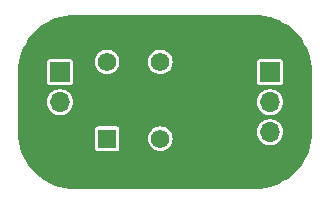
<source format=gbr>
%TF.GenerationSoftware,KiCad,Pcbnew,7.0.5*%
%TF.CreationDate,2024-01-10T20:03:32+02:00*%
%TF.ProjectId,Clock Push Button,436c6f63-6b20-4507-9573-682042757474,rev?*%
%TF.SameCoordinates,Original*%
%TF.FileFunction,Copper,L2,Bot*%
%TF.FilePolarity,Positive*%
%FSLAX46Y46*%
G04 Gerber Fmt 4.6, Leading zero omitted, Abs format (unit mm)*
G04 Created by KiCad (PCBNEW 7.0.5) date 2024-01-10 20:03:32*
%MOMM*%
%LPD*%
G01*
G04 APERTURE LIST*
%TA.AperFunction,ComponentPad*%
%ADD10R,1.575000X1.575000*%
%TD*%
%TA.AperFunction,ComponentPad*%
%ADD11C,1.575000*%
%TD*%
%TA.AperFunction,ComponentPad*%
%ADD12R,1.700000X1.700000*%
%TD*%
%TA.AperFunction,ComponentPad*%
%ADD13O,1.700000X1.700000*%
%TD*%
G04 APERTURE END LIST*
D10*
%TO.P,S2,1,C1*%
%TO.N,/3.3V*%
X118298400Y-58977600D03*
D11*
%TO.P,S2,2,C2*%
%TO.N,unconnected-(S2-C2-Pad2)*%
X118298400Y-52477600D03*
%TO.P,S2,3,N1*%
%TO.N,Net-(IC2-IN)*%
X122798400Y-58977600D03*
%TO.P,S2,4,N2*%
%TO.N,unconnected-(S2-N2-Pad4)*%
X122798400Y-52477600D03*
%TD*%
D12*
%TO.P,J1,1,Pin_1*%
%TO.N,/~{Reset}*%
X114300000Y-53340000D03*
D13*
%TO.P,J1,2,Pin_2*%
%TO.N,unconnected-(J1-Pin_2-Pad2)*%
X114300000Y-55880000D03*
%TO.P,J1,3,Pin_3*%
%TO.N,/GND*%
X114300000Y-58420000D03*
%TD*%
D12*
%TO.P,J2,1,Pin_1*%
%TO.N,/3.3V*%
X132080000Y-53340000D03*
D13*
%TO.P,J2,2,Pin_2*%
%TO.N,unconnected-(J2-Pin_2-Pad2)*%
X132080000Y-55880000D03*
%TO.P,J2,3,Pin_3*%
%TO.N,/CLK*%
X132080000Y-58420000D03*
%TD*%
%TA.AperFunction,Conductor*%
%TO.N,/GND*%
G36*
X130811353Y-48510558D02*
G01*
X131228237Y-48528759D01*
X131233590Y-48529228D01*
X131645957Y-48583517D01*
X131651273Y-48584455D01*
X132057328Y-48674476D01*
X132062540Y-48675872D01*
X132459209Y-48800941D01*
X132464289Y-48802790D01*
X132485203Y-48811453D01*
X132848553Y-48961957D01*
X132853423Y-48964228D01*
X133222372Y-49156291D01*
X133227021Y-49158976D01*
X133577810Y-49382454D01*
X133582232Y-49385550D01*
X133912198Y-49638741D01*
X133916343Y-49642220D01*
X134222976Y-49923197D01*
X134226802Y-49927023D01*
X134507779Y-50233656D01*
X134511258Y-50237801D01*
X134764449Y-50567767D01*
X134767548Y-50572193D01*
X134991018Y-50922971D01*
X134993712Y-50927635D01*
X135185762Y-51296558D01*
X135188049Y-51301462D01*
X135347209Y-51685710D01*
X135349060Y-51690795D01*
X135474123Y-52087444D01*
X135475523Y-52092671D01*
X135565544Y-52498726D01*
X135566484Y-52504055D01*
X135620769Y-52916391D01*
X135621240Y-52921781D01*
X135633374Y-53199691D01*
X135639441Y-53338646D01*
X135639500Y-53341350D01*
X135639500Y-58418646D01*
X135639441Y-58421350D01*
X135621240Y-58838215D01*
X135620768Y-58843606D01*
X135566483Y-59255945D01*
X135565543Y-59261274D01*
X135475525Y-59667322D01*
X135474125Y-59672549D01*
X135349059Y-60069205D01*
X135347208Y-60074290D01*
X135188048Y-60458536D01*
X135185761Y-60463440D01*
X134993719Y-60832351D01*
X134991013Y-60837037D01*
X134767553Y-61187798D01*
X134764449Y-61192231D01*
X134511258Y-61522197D01*
X134507779Y-61526342D01*
X134226801Y-61832975D01*
X134222975Y-61836801D01*
X133916342Y-62117779D01*
X133912197Y-62121258D01*
X133582231Y-62374449D01*
X133577798Y-62377553D01*
X133227037Y-62601013D01*
X133222351Y-62603719D01*
X132853440Y-62795761D01*
X132848536Y-62798048D01*
X132464290Y-62957208D01*
X132459205Y-62959059D01*
X132062549Y-63084125D01*
X132057322Y-63085525D01*
X131651274Y-63175543D01*
X131645945Y-63176483D01*
X131233606Y-63230768D01*
X131228215Y-63231240D01*
X130811351Y-63249441D01*
X130808647Y-63249500D01*
X115571350Y-63249500D01*
X115568646Y-63249441D01*
X115164690Y-63231805D01*
X115151780Y-63231241D01*
X115146390Y-63230770D01*
X114734055Y-63176485D01*
X114728726Y-63175545D01*
X114322671Y-63085524D01*
X114317444Y-63084124D01*
X113920795Y-62959061D01*
X113915717Y-62957213D01*
X113531462Y-62798050D01*
X113526565Y-62795767D01*
X113157634Y-62603713D01*
X113152970Y-62601019D01*
X112802192Y-62377549D01*
X112797766Y-62374450D01*
X112763352Y-62348043D01*
X112467798Y-62121256D01*
X112463663Y-62117786D01*
X112157023Y-61836802D01*
X112153197Y-61832976D01*
X111872213Y-61526336D01*
X111868745Y-61522204D01*
X111615547Y-61192230D01*
X111612453Y-61187811D01*
X111388975Y-60837022D01*
X111386290Y-60832373D01*
X111194227Y-60463424D01*
X111191949Y-60458537D01*
X111191949Y-60458536D01*
X111032781Y-60074270D01*
X111030940Y-60069209D01*
X110942836Y-59789778D01*
X117260400Y-59789778D01*
X117274932Y-59862835D01*
X117274933Y-59862839D01*
X117274934Y-59862840D01*
X117330299Y-59945701D01*
X117412434Y-60000581D01*
X117413160Y-60001066D01*
X117413164Y-60001067D01*
X117486221Y-60015599D01*
X117486224Y-60015600D01*
X117486226Y-60015600D01*
X119110576Y-60015600D01*
X119110577Y-60015599D01*
X119183640Y-60001066D01*
X119266501Y-59945701D01*
X119321866Y-59862840D01*
X119336400Y-59789774D01*
X119336400Y-58977599D01*
X121755378Y-58977599D01*
X121775418Y-59181081D01*
X121834774Y-59376751D01*
X121931155Y-59557066D01*
X121931160Y-59557073D01*
X122060871Y-59715128D01*
X122151831Y-59789776D01*
X122218928Y-59844841D01*
X122218931Y-59844842D01*
X122218933Y-59844844D01*
X122399248Y-59941225D01*
X122399250Y-59941225D01*
X122399253Y-59941227D01*
X122594917Y-60000581D01*
X122798400Y-60020622D01*
X123001883Y-60000581D01*
X123197547Y-59941227D01*
X123377872Y-59844841D01*
X123535928Y-59715128D01*
X123665641Y-59557072D01*
X123744601Y-59409348D01*
X123762025Y-59376751D01*
X123762025Y-59376750D01*
X123762027Y-59376747D01*
X123821381Y-59181083D01*
X123841422Y-58977600D01*
X123821381Y-58774117D01*
X123762027Y-58578453D01*
X123762025Y-58578450D01*
X123762025Y-58578448D01*
X123677332Y-58420000D01*
X130974785Y-58420000D01*
X130993602Y-58623082D01*
X131049417Y-58819247D01*
X131049422Y-58819260D01*
X131140327Y-59001821D01*
X131263237Y-59164581D01*
X131413958Y-59301980D01*
X131413960Y-59301982D01*
X131513141Y-59363392D01*
X131587363Y-59409348D01*
X131777544Y-59483024D01*
X131978024Y-59520500D01*
X131978026Y-59520500D01*
X132181974Y-59520500D01*
X132181976Y-59520500D01*
X132382456Y-59483024D01*
X132572637Y-59409348D01*
X132746041Y-59301981D01*
X132896764Y-59164579D01*
X133019673Y-59001821D01*
X133110582Y-58819250D01*
X133166397Y-58623083D01*
X133185215Y-58420000D01*
X133185089Y-58418645D01*
X133166397Y-58216917D01*
X133151746Y-58165426D01*
X133110582Y-58020750D01*
X133107207Y-58013973D01*
X133066272Y-57931764D01*
X133019673Y-57838179D01*
X132896764Y-57675421D01*
X132896762Y-57675418D01*
X132746041Y-57538019D01*
X132746039Y-57538017D01*
X132572642Y-57430655D01*
X132572635Y-57430651D01*
X132477546Y-57393814D01*
X132382456Y-57356976D01*
X132181976Y-57319500D01*
X131978024Y-57319500D01*
X131777544Y-57356976D01*
X131777541Y-57356976D01*
X131777541Y-57356977D01*
X131587364Y-57430651D01*
X131587357Y-57430655D01*
X131413960Y-57538017D01*
X131413958Y-57538019D01*
X131263237Y-57675418D01*
X131140327Y-57838178D01*
X131049422Y-58020739D01*
X131049417Y-58020752D01*
X130993602Y-58216917D01*
X130974785Y-58419999D01*
X130974785Y-58420000D01*
X123677332Y-58420000D01*
X123665644Y-58398133D01*
X123665642Y-58398131D01*
X123665641Y-58398128D01*
X123626192Y-58350059D01*
X123535928Y-58240071D01*
X123377873Y-58110360D01*
X123377866Y-58110355D01*
X123197551Y-58013974D01*
X123001881Y-57954618D01*
X122798400Y-57934578D01*
X122594918Y-57954618D01*
X122399248Y-58013974D01*
X122218933Y-58110355D01*
X122218926Y-58110360D01*
X122060871Y-58240071D01*
X121931160Y-58398126D01*
X121931155Y-58398133D01*
X121834774Y-58578448D01*
X121775418Y-58774118D01*
X121755378Y-58977599D01*
X119336400Y-58977599D01*
X119336400Y-58165426D01*
X119336399Y-58165426D01*
X119336400Y-58165423D01*
X119336399Y-58165421D01*
X119321867Y-58092364D01*
X119321866Y-58092360D01*
X119321865Y-58092359D01*
X119266501Y-58009499D01*
X119184366Y-57954619D01*
X119183639Y-57954133D01*
X119183635Y-57954132D01*
X119110577Y-57939600D01*
X119110574Y-57939600D01*
X117486226Y-57939600D01*
X117486223Y-57939600D01*
X117413164Y-57954132D01*
X117413160Y-57954133D01*
X117330299Y-58009499D01*
X117274933Y-58092360D01*
X117274932Y-58092364D01*
X117260400Y-58165421D01*
X117260400Y-59789778D01*
X110942836Y-59789778D01*
X110905871Y-59672540D01*
X110904475Y-59667328D01*
X110814454Y-59261273D01*
X110813516Y-59255957D01*
X110759227Y-58843591D01*
X110758758Y-58838238D01*
X110740555Y-58421308D01*
X110740498Y-58418690D01*
X110740498Y-58375832D01*
X110740498Y-55880000D01*
X113194785Y-55880000D01*
X113213602Y-56083082D01*
X113269417Y-56279247D01*
X113269422Y-56279260D01*
X113360327Y-56461821D01*
X113483237Y-56624581D01*
X113633958Y-56761980D01*
X113633960Y-56761982D01*
X113733141Y-56823392D01*
X113807363Y-56869348D01*
X113997544Y-56943024D01*
X114198024Y-56980500D01*
X114198026Y-56980500D01*
X114401974Y-56980500D01*
X114401976Y-56980500D01*
X114602456Y-56943024D01*
X114792637Y-56869348D01*
X114966041Y-56761981D01*
X115116764Y-56624579D01*
X115239673Y-56461821D01*
X115330582Y-56279250D01*
X115386397Y-56083083D01*
X115405215Y-55880000D01*
X130974785Y-55880000D01*
X130993602Y-56083082D01*
X131049417Y-56279247D01*
X131049422Y-56279260D01*
X131140327Y-56461821D01*
X131263237Y-56624581D01*
X131413958Y-56761980D01*
X131413960Y-56761982D01*
X131513141Y-56823392D01*
X131587363Y-56869348D01*
X131777544Y-56943024D01*
X131978024Y-56980500D01*
X131978026Y-56980500D01*
X132181974Y-56980500D01*
X132181976Y-56980500D01*
X132382456Y-56943024D01*
X132572637Y-56869348D01*
X132746041Y-56761981D01*
X132896764Y-56624579D01*
X133019673Y-56461821D01*
X133110582Y-56279250D01*
X133166397Y-56083083D01*
X133185215Y-55880000D01*
X133166397Y-55676917D01*
X133110582Y-55480750D01*
X133019673Y-55298179D01*
X132896764Y-55135421D01*
X132896762Y-55135418D01*
X132746041Y-54998019D01*
X132746039Y-54998017D01*
X132572642Y-54890655D01*
X132572635Y-54890651D01*
X132477546Y-54853814D01*
X132382456Y-54816976D01*
X132181976Y-54779500D01*
X131978024Y-54779500D01*
X131777544Y-54816976D01*
X131777541Y-54816976D01*
X131777541Y-54816977D01*
X131587364Y-54890651D01*
X131587357Y-54890655D01*
X131413960Y-54998017D01*
X131413958Y-54998019D01*
X131263237Y-55135418D01*
X131140327Y-55298178D01*
X131049422Y-55480739D01*
X131049417Y-55480752D01*
X130993602Y-55676917D01*
X130974785Y-55879999D01*
X130974785Y-55880000D01*
X115405215Y-55880000D01*
X115386397Y-55676917D01*
X115330582Y-55480750D01*
X115239673Y-55298179D01*
X115116764Y-55135421D01*
X115116762Y-55135418D01*
X114966041Y-54998019D01*
X114966039Y-54998017D01*
X114792642Y-54890655D01*
X114792635Y-54890651D01*
X114697546Y-54853814D01*
X114602456Y-54816976D01*
X114401976Y-54779500D01*
X114198024Y-54779500D01*
X113997544Y-54816976D01*
X113997541Y-54816976D01*
X113997541Y-54816977D01*
X113807364Y-54890651D01*
X113807357Y-54890655D01*
X113633960Y-54998017D01*
X113633958Y-54998019D01*
X113483237Y-55135418D01*
X113360327Y-55298178D01*
X113269422Y-55480739D01*
X113269417Y-55480752D01*
X113213602Y-55676917D01*
X113194785Y-55879999D01*
X113194785Y-55880000D01*
X110740498Y-55880000D01*
X110740499Y-54214678D01*
X113199500Y-54214678D01*
X113214032Y-54287735D01*
X113214033Y-54287739D01*
X113214034Y-54287740D01*
X113269399Y-54370601D01*
X113352260Y-54425966D01*
X113352264Y-54425967D01*
X113425321Y-54440499D01*
X113425324Y-54440500D01*
X113425326Y-54440500D01*
X115174676Y-54440500D01*
X115174677Y-54440499D01*
X115247740Y-54425966D01*
X115330601Y-54370601D01*
X115385966Y-54287740D01*
X115400499Y-54214678D01*
X130979500Y-54214678D01*
X130994032Y-54287735D01*
X130994033Y-54287739D01*
X130994034Y-54287740D01*
X131049399Y-54370601D01*
X131132260Y-54425965D01*
X131132260Y-54425966D01*
X131132264Y-54425967D01*
X131205321Y-54440499D01*
X131205324Y-54440500D01*
X131205326Y-54440500D01*
X132954676Y-54440500D01*
X132954677Y-54440499D01*
X133027740Y-54425966D01*
X133110601Y-54370601D01*
X133165966Y-54287740D01*
X133180500Y-54214674D01*
X133180500Y-52465326D01*
X133180500Y-52465325D01*
X133180500Y-52465323D01*
X133180499Y-52465321D01*
X133165967Y-52392264D01*
X133165966Y-52392260D01*
X133110601Y-52309399D01*
X133027740Y-52254034D01*
X133027739Y-52254033D01*
X133027735Y-52254032D01*
X132954677Y-52239500D01*
X132954674Y-52239500D01*
X131205326Y-52239500D01*
X131205323Y-52239500D01*
X131132264Y-52254032D01*
X131132260Y-52254033D01*
X131049399Y-52309399D01*
X130994033Y-52392260D01*
X130994032Y-52392264D01*
X130979500Y-52465321D01*
X130979500Y-54214678D01*
X115400499Y-54214678D01*
X115400500Y-54214674D01*
X115400500Y-52477599D01*
X117255378Y-52477599D01*
X117275418Y-52681081D01*
X117334774Y-52876751D01*
X117431155Y-53057066D01*
X117431160Y-53057073D01*
X117560871Y-53215128D01*
X117670859Y-53305392D01*
X117718928Y-53344841D01*
X117718931Y-53344842D01*
X117718933Y-53344844D01*
X117899248Y-53441225D01*
X117899250Y-53441225D01*
X117899253Y-53441227D01*
X118094917Y-53500581D01*
X118298400Y-53520622D01*
X118501883Y-53500581D01*
X118697547Y-53441227D01*
X118877872Y-53344841D01*
X119035928Y-53215128D01*
X119165641Y-53057072D01*
X119239399Y-52919081D01*
X119262025Y-52876751D01*
X119262025Y-52876750D01*
X119262027Y-52876747D01*
X119321381Y-52681083D01*
X119341422Y-52477600D01*
X119341422Y-52477599D01*
X121755378Y-52477599D01*
X121775418Y-52681081D01*
X121834774Y-52876751D01*
X121931155Y-53057066D01*
X121931160Y-53057073D01*
X122060871Y-53215128D01*
X122170859Y-53305392D01*
X122218928Y-53344841D01*
X122218931Y-53344842D01*
X122218933Y-53344844D01*
X122399248Y-53441225D01*
X122399250Y-53441225D01*
X122399253Y-53441227D01*
X122594917Y-53500581D01*
X122798400Y-53520622D01*
X123001883Y-53500581D01*
X123197547Y-53441227D01*
X123377872Y-53344841D01*
X123535928Y-53215128D01*
X123665641Y-53057072D01*
X123739399Y-52919081D01*
X123762025Y-52876751D01*
X123762025Y-52876750D01*
X123762027Y-52876747D01*
X123821381Y-52681083D01*
X123841422Y-52477600D01*
X123821381Y-52274117D01*
X123762027Y-52078453D01*
X123762025Y-52078450D01*
X123762025Y-52078448D01*
X123665644Y-51898133D01*
X123665642Y-51898131D01*
X123665641Y-51898128D01*
X123599646Y-51817713D01*
X123535928Y-51740071D01*
X123377873Y-51610360D01*
X123377866Y-51610355D01*
X123197551Y-51513974D01*
X123001881Y-51454618D01*
X122798400Y-51434578D01*
X122594918Y-51454618D01*
X122399248Y-51513974D01*
X122218933Y-51610355D01*
X122218926Y-51610360D01*
X122060871Y-51740071D01*
X121931160Y-51898126D01*
X121931155Y-51898133D01*
X121834774Y-52078448D01*
X121775418Y-52274118D01*
X121755378Y-52477599D01*
X119341422Y-52477599D01*
X119321381Y-52274117D01*
X119262027Y-52078453D01*
X119262025Y-52078450D01*
X119262025Y-52078448D01*
X119165644Y-51898133D01*
X119165642Y-51898131D01*
X119165641Y-51898128D01*
X119099646Y-51817713D01*
X119035928Y-51740071D01*
X118877873Y-51610360D01*
X118877866Y-51610355D01*
X118697551Y-51513974D01*
X118501881Y-51454618D01*
X118298400Y-51434578D01*
X118094918Y-51454618D01*
X117899248Y-51513974D01*
X117718933Y-51610355D01*
X117718926Y-51610360D01*
X117560871Y-51740071D01*
X117431160Y-51898126D01*
X117431155Y-51898133D01*
X117334774Y-52078448D01*
X117275418Y-52274118D01*
X117255378Y-52477599D01*
X115400500Y-52477599D01*
X115400500Y-52465326D01*
X115400499Y-52465325D01*
X115400500Y-52465323D01*
X115400499Y-52465321D01*
X115385967Y-52392264D01*
X115385966Y-52392260D01*
X115385965Y-52392259D01*
X115330601Y-52309399D01*
X115247740Y-52254034D01*
X115247739Y-52254033D01*
X115247735Y-52254032D01*
X115174677Y-52239500D01*
X115174674Y-52239500D01*
X113425326Y-52239500D01*
X113425323Y-52239500D01*
X113352264Y-52254032D01*
X113352260Y-52254033D01*
X113269399Y-52309399D01*
X113214033Y-52392260D01*
X113214032Y-52392264D01*
X113199500Y-52465321D01*
X113199500Y-54214678D01*
X110740499Y-54214678D01*
X110740499Y-53341305D01*
X110740556Y-53338693D01*
X110758760Y-52921761D01*
X110759229Y-52916412D01*
X110813520Y-52504028D01*
X110814456Y-52498725D01*
X110904478Y-52092658D01*
X110905866Y-52087479D01*
X111030943Y-51690783D01*
X111032791Y-51685710D01*
X111191962Y-51301438D01*
X111194225Y-51296586D01*
X111386297Y-50927618D01*
X111388970Y-50922989D01*
X111612461Y-50572179D01*
X111615540Y-50567781D01*
X111868753Y-50237786D01*
X111872212Y-50233665D01*
X112153209Y-49927012D01*
X112157012Y-49923209D01*
X112463665Y-49642212D01*
X112467786Y-49638753D01*
X112797781Y-49385540D01*
X112802179Y-49382461D01*
X113152989Y-49158970D01*
X113157618Y-49156297D01*
X113526586Y-48964225D01*
X113531438Y-48961962D01*
X113915721Y-48802786D01*
X113920783Y-48800943D01*
X114317479Y-48675866D01*
X114322658Y-48674478D01*
X114728735Y-48584454D01*
X114734028Y-48583520D01*
X115146412Y-48529229D01*
X115151761Y-48528760D01*
X115568648Y-48510559D01*
X115571353Y-48510500D01*
X115665524Y-48510500D01*
X115665533Y-48510499D01*
X130808649Y-48510499D01*
X130811353Y-48510558D01*
G37*
%TD.AperFunction*%
%TD*%
M02*

</source>
